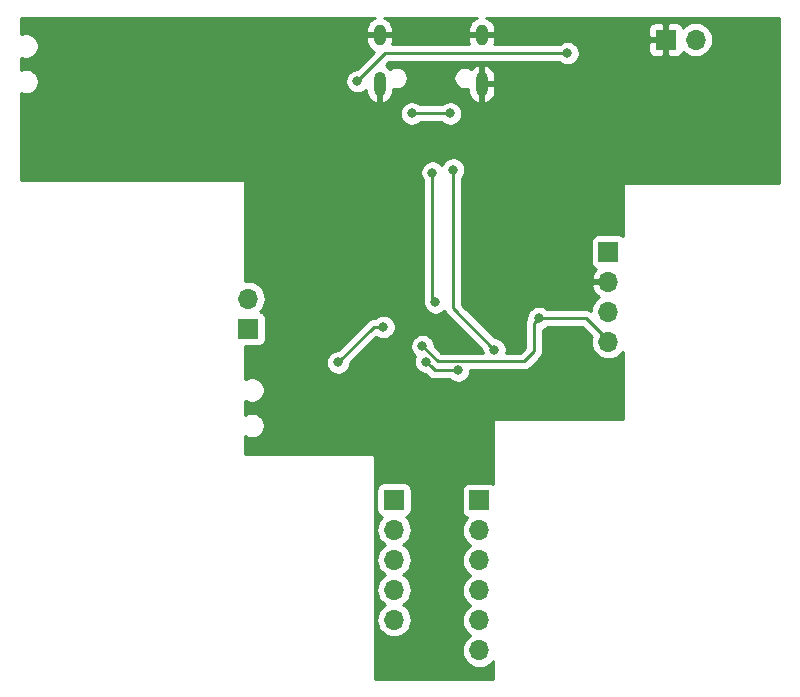
<source format=gbr>
G04 #@! TF.GenerationSoftware,KiCad,Pcbnew,5.1.2*
G04 #@! TF.CreationDate,2019-06-25T21:59:29-05:00*
G04 #@! TF.ProjectId,STM32F030Minimal,53544d33-3246-4303-9330-4d696e696d61,rev?*
G04 #@! TF.SameCoordinates,Original*
G04 #@! TF.FileFunction,Copper,L2,Bot*
G04 #@! TF.FilePolarity,Positive*
%FSLAX46Y46*%
G04 Gerber Fmt 4.6, Leading zero omitted, Abs format (unit mm)*
G04 Created by KiCad (PCBNEW 5.1.2) date 2019-06-25 21:59:29*
%MOMM*%
%LPD*%
G04 APERTURE LIST*
%ADD10O,1.000000X2.100000*%
%ADD11O,1.000000X1.800000*%
%ADD12R,1.700000X1.700000*%
%ADD13O,1.700000X1.700000*%
%ADD14C,0.800000*%
%ADD15C,0.250000*%
%ADD16C,0.254000*%
G04 APERTURE END LIST*
D10*
X163420000Y-42500000D03*
X154780000Y-42500000D03*
D11*
X163420000Y-38350000D03*
X154780000Y-38350000D03*
D12*
X156000000Y-77710000D03*
D13*
X156000000Y-80250000D03*
X156000000Y-82790000D03*
X156000000Y-85330000D03*
X156000000Y-87870000D03*
D12*
X163230000Y-77750000D03*
D13*
X163230000Y-80290000D03*
X163230000Y-82830000D03*
X163230000Y-85370000D03*
X163230000Y-87910000D03*
X163230000Y-90450000D03*
D12*
X174150000Y-56720000D03*
D13*
X174150000Y-59260000D03*
X174150000Y-61800000D03*
X174150000Y-64340000D03*
X143650000Y-60675000D03*
D12*
X143650000Y-63215000D03*
X179000000Y-38750000D03*
D13*
X181540000Y-38750000D03*
D14*
X170750000Y-67000000D03*
X147500000Y-56750000D03*
X147250000Y-65750000D03*
X150000000Y-71500000D03*
X155250000Y-72500000D03*
X137250000Y-44250000D03*
X128750000Y-38500000D03*
X168750000Y-56250000D03*
X158400000Y-64700000D03*
X168248413Y-62326268D03*
X161424998Y-66750000D03*
X158687345Y-66012665D03*
X151275000Y-66075000D03*
X155100000Y-63075000D03*
X160750000Y-45000000D03*
X157500000Y-45000000D03*
X164500000Y-65000000D03*
X161000000Y-49750000D03*
X159250000Y-50000000D03*
X159500000Y-61000000D03*
X152900000Y-42275000D03*
X170675000Y-39900000D03*
D15*
X168814098Y-62326268D02*
X168248413Y-62326268D01*
X174250000Y-64350000D02*
X172226268Y-62326268D01*
X172226268Y-62326268D02*
X168814098Y-62326268D01*
X167848414Y-65151586D02*
X167848414Y-62726267D01*
X167000000Y-66000000D02*
X167848414Y-65151586D01*
X167848414Y-62726267D02*
X168248413Y-62326268D01*
X158400000Y-64700000D02*
X159700000Y-66000000D01*
X159700000Y-66000000D02*
X167000000Y-66000000D01*
X159424680Y-66750000D02*
X159087344Y-66412664D01*
X161424998Y-66750000D02*
X159424680Y-66750000D01*
X159087344Y-66412664D02*
X158687345Y-66012665D01*
X151275000Y-66075000D02*
X154275000Y-63075000D01*
X154275000Y-63075000D02*
X155100000Y-63075000D01*
X160750000Y-45000000D02*
X157500000Y-45000000D01*
X164500000Y-65000000D02*
X161000000Y-61500000D01*
X161000000Y-61500000D02*
X161000000Y-49750000D01*
X159250000Y-50000000D02*
X159250000Y-60750000D01*
X159250000Y-60750000D02*
X159500000Y-61000000D01*
X152900000Y-42275000D02*
X155275000Y-39900000D01*
X155275000Y-39900000D02*
X170675000Y-39900000D01*
D16*
G36*
X154255024Y-36935724D02*
G01*
X154067236Y-37057631D01*
X153906839Y-37213831D01*
X153779997Y-37398322D01*
X153691585Y-37604013D01*
X153645000Y-37823000D01*
X153645000Y-38223000D01*
X154653000Y-38223000D01*
X154653000Y-38203000D01*
X154907000Y-38203000D01*
X154907000Y-38223000D01*
X155915000Y-38223000D01*
X155915000Y-37823000D01*
X155868415Y-37604013D01*
X155780003Y-37398322D01*
X155653161Y-37213831D01*
X155492764Y-37057631D01*
X155304976Y-36935724D01*
X155140886Y-36877000D01*
X163059114Y-36877000D01*
X162895024Y-36935724D01*
X162707236Y-37057631D01*
X162546839Y-37213831D01*
X162419997Y-37398322D01*
X162331585Y-37604013D01*
X162285000Y-37823000D01*
X162285000Y-38223000D01*
X163293000Y-38223000D01*
X163293000Y-38203000D01*
X163547000Y-38203000D01*
X163547000Y-38223000D01*
X164555000Y-38223000D01*
X164555000Y-37900000D01*
X177511928Y-37900000D01*
X177515000Y-38464250D01*
X177673750Y-38623000D01*
X178873000Y-38623000D01*
X178873000Y-37423750D01*
X179127000Y-37423750D01*
X179127000Y-38623000D01*
X179147000Y-38623000D01*
X179147000Y-38877000D01*
X179127000Y-38877000D01*
X179127000Y-40076250D01*
X179285750Y-40235000D01*
X179850000Y-40238072D01*
X179974482Y-40225812D01*
X180094180Y-40189502D01*
X180204494Y-40130537D01*
X180301185Y-40051185D01*
X180380537Y-39954494D01*
X180439502Y-39844180D01*
X180460393Y-39775313D01*
X180484866Y-39805134D01*
X180710986Y-39990706D01*
X180968966Y-40128599D01*
X181248889Y-40213513D01*
X181467050Y-40235000D01*
X181612950Y-40235000D01*
X181831111Y-40213513D01*
X182111034Y-40128599D01*
X182369014Y-39990706D01*
X182595134Y-39805134D01*
X182780706Y-39579014D01*
X182918599Y-39321034D01*
X183003513Y-39041111D01*
X183032185Y-38750000D01*
X183003513Y-38458889D01*
X182918599Y-38178966D01*
X182780706Y-37920986D01*
X182595134Y-37694866D01*
X182369014Y-37509294D01*
X182111034Y-37371401D01*
X181831111Y-37286487D01*
X181612950Y-37265000D01*
X181467050Y-37265000D01*
X181248889Y-37286487D01*
X180968966Y-37371401D01*
X180710986Y-37509294D01*
X180484866Y-37694866D01*
X180460393Y-37724687D01*
X180439502Y-37655820D01*
X180380537Y-37545506D01*
X180301185Y-37448815D01*
X180204494Y-37369463D01*
X180094180Y-37310498D01*
X179974482Y-37274188D01*
X179850000Y-37261928D01*
X179285750Y-37265000D01*
X179127000Y-37423750D01*
X178873000Y-37423750D01*
X178714250Y-37265000D01*
X178150000Y-37261928D01*
X178025518Y-37274188D01*
X177905820Y-37310498D01*
X177795506Y-37369463D01*
X177698815Y-37448815D01*
X177619463Y-37545506D01*
X177560498Y-37655820D01*
X177524188Y-37775518D01*
X177511928Y-37900000D01*
X164555000Y-37900000D01*
X164555000Y-37823000D01*
X164508415Y-37604013D01*
X164420003Y-37398322D01*
X164293161Y-37213831D01*
X164132764Y-37057631D01*
X163944976Y-36935724D01*
X163780886Y-36877000D01*
X188623000Y-36877000D01*
X188623000Y-50873000D01*
X175500000Y-50873000D01*
X175475224Y-50875440D01*
X175451399Y-50882667D01*
X175429443Y-50894403D01*
X175410197Y-50910197D01*
X175394403Y-50929443D01*
X175382667Y-50951399D01*
X175375440Y-50975224D01*
X175373000Y-51000000D01*
X175373000Y-55354650D01*
X175354494Y-55339463D01*
X175244180Y-55280498D01*
X175124482Y-55244188D01*
X175000000Y-55231928D01*
X173300000Y-55231928D01*
X173175518Y-55244188D01*
X173055820Y-55280498D01*
X172945506Y-55339463D01*
X172848815Y-55418815D01*
X172769463Y-55515506D01*
X172710498Y-55625820D01*
X172674188Y-55745518D01*
X172661928Y-55870000D01*
X172661928Y-57570000D01*
X172674188Y-57694482D01*
X172710498Y-57814180D01*
X172769463Y-57924494D01*
X172848815Y-58021185D01*
X172945506Y-58100537D01*
X173055820Y-58159502D01*
X173136466Y-58183966D01*
X173052412Y-58259731D01*
X172878359Y-58493080D01*
X172753175Y-58755901D01*
X172708524Y-58903110D01*
X172829845Y-59133000D01*
X174023000Y-59133000D01*
X174023000Y-59113000D01*
X174277000Y-59113000D01*
X174277000Y-59133000D01*
X174297000Y-59133000D01*
X174297000Y-59387000D01*
X174277000Y-59387000D01*
X174277000Y-59407000D01*
X174023000Y-59407000D01*
X174023000Y-59387000D01*
X172829845Y-59387000D01*
X172708524Y-59616890D01*
X172753175Y-59764099D01*
X172878359Y-60026920D01*
X173052412Y-60260269D01*
X173268645Y-60455178D01*
X173385523Y-60524799D01*
X173320986Y-60559294D01*
X173094866Y-60744866D01*
X172909294Y-60970986D01*
X172771401Y-61228966D01*
X172686487Y-61508889D01*
X172667177Y-61704944D01*
X172650544Y-61691294D01*
X172518515Y-61620722D01*
X172375254Y-61577265D01*
X172263601Y-61566268D01*
X172263590Y-61566268D01*
X172226268Y-61562592D01*
X172188946Y-61566268D01*
X168952124Y-61566268D01*
X168908187Y-61522331D01*
X168738669Y-61409063D01*
X168550311Y-61331042D01*
X168350352Y-61291268D01*
X168146474Y-61291268D01*
X167946515Y-61331042D01*
X167758157Y-61409063D01*
X167588639Y-61522331D01*
X167444476Y-61666494D01*
X167331208Y-61836012D01*
X167253187Y-62024370D01*
X167213413Y-62224329D01*
X167213413Y-62302042D01*
X167142868Y-62434021D01*
X167099412Y-62577282D01*
X167084738Y-62726267D01*
X167088415Y-62763599D01*
X167088414Y-64836784D01*
X166685199Y-65240000D01*
X165507538Y-65240000D01*
X165535000Y-65101939D01*
X165535000Y-64898061D01*
X165495226Y-64698102D01*
X165417205Y-64509744D01*
X165303937Y-64340226D01*
X165159774Y-64196063D01*
X164990256Y-64082795D01*
X164801898Y-64004774D01*
X164601939Y-63965000D01*
X164539803Y-63965000D01*
X161760000Y-61185199D01*
X161760000Y-50453711D01*
X161803937Y-50409774D01*
X161917205Y-50240256D01*
X161995226Y-50051898D01*
X162035000Y-49851939D01*
X162035000Y-49648061D01*
X161995226Y-49448102D01*
X161917205Y-49259744D01*
X161803937Y-49090226D01*
X161659774Y-48946063D01*
X161490256Y-48832795D01*
X161301898Y-48754774D01*
X161101939Y-48715000D01*
X160898061Y-48715000D01*
X160698102Y-48754774D01*
X160509744Y-48832795D01*
X160340226Y-48946063D01*
X160196063Y-49090226D01*
X160082795Y-49259744D01*
X160050770Y-49337059D01*
X159909774Y-49196063D01*
X159740256Y-49082795D01*
X159551898Y-49004774D01*
X159351939Y-48965000D01*
X159148061Y-48965000D01*
X158948102Y-49004774D01*
X158759744Y-49082795D01*
X158590226Y-49196063D01*
X158446063Y-49340226D01*
X158332795Y-49509744D01*
X158254774Y-49698102D01*
X158215000Y-49898061D01*
X158215000Y-50101939D01*
X158254774Y-50301898D01*
X158332795Y-50490256D01*
X158446063Y-50659774D01*
X158490000Y-50703711D01*
X158490001Y-60712668D01*
X158486324Y-60750000D01*
X158489015Y-60777326D01*
X158465000Y-60898061D01*
X158465000Y-61101939D01*
X158504774Y-61301898D01*
X158582795Y-61490256D01*
X158696063Y-61659774D01*
X158840226Y-61803937D01*
X159009744Y-61917205D01*
X159198102Y-61995226D01*
X159398061Y-62035000D01*
X159601939Y-62035000D01*
X159801898Y-61995226D01*
X159990256Y-61917205D01*
X160159774Y-61803937D01*
X160265829Y-61697882D01*
X160285788Y-61763676D01*
X160294454Y-61792246D01*
X160365026Y-61924276D01*
X160396470Y-61962590D01*
X160459999Y-62040001D01*
X160489003Y-62063804D01*
X163465000Y-65039803D01*
X163465000Y-65101939D01*
X163492462Y-65240000D01*
X160014802Y-65240000D01*
X159435000Y-64660199D01*
X159435000Y-64598061D01*
X159395226Y-64398102D01*
X159317205Y-64209744D01*
X159203937Y-64040226D01*
X159059774Y-63896063D01*
X158890256Y-63782795D01*
X158701898Y-63704774D01*
X158501939Y-63665000D01*
X158298061Y-63665000D01*
X158098102Y-63704774D01*
X157909744Y-63782795D01*
X157740226Y-63896063D01*
X157596063Y-64040226D01*
X157482795Y-64209744D01*
X157404774Y-64398102D01*
X157365000Y-64598061D01*
X157365000Y-64801939D01*
X157404774Y-65001898D01*
X157482795Y-65190256D01*
X157596063Y-65359774D01*
X157740226Y-65503937D01*
X157769648Y-65523596D01*
X157692119Y-65710767D01*
X157652345Y-65910726D01*
X157652345Y-66114604D01*
X157692119Y-66314563D01*
X157770140Y-66502921D01*
X157883408Y-66672439D01*
X158027571Y-66816602D01*
X158197089Y-66929870D01*
X158385447Y-67007891D01*
X158585406Y-67047665D01*
X158647544Y-67047665D01*
X158860876Y-67260997D01*
X158884679Y-67290001D01*
X159000404Y-67384974D01*
X159132433Y-67455546D01*
X159275694Y-67499003D01*
X159387347Y-67510000D01*
X159387356Y-67510000D01*
X159424679Y-67513676D01*
X159462002Y-67510000D01*
X160721287Y-67510000D01*
X160765224Y-67553937D01*
X160934742Y-67667205D01*
X161123100Y-67745226D01*
X161323059Y-67785000D01*
X161526937Y-67785000D01*
X161726896Y-67745226D01*
X161915254Y-67667205D01*
X162084772Y-67553937D01*
X162228935Y-67409774D01*
X162342203Y-67240256D01*
X162420224Y-67051898D01*
X162459998Y-66851939D01*
X162459998Y-66760000D01*
X166962678Y-66760000D01*
X167000000Y-66763676D01*
X167037322Y-66760000D01*
X167037333Y-66760000D01*
X167148986Y-66749003D01*
X167292247Y-66705546D01*
X167424276Y-66634974D01*
X167540001Y-66540001D01*
X167563803Y-66510998D01*
X168359418Y-65715384D01*
X168388415Y-65691587D01*
X168483388Y-65575862D01*
X168553960Y-65443833D01*
X168597417Y-65300572D01*
X168608414Y-65188919D01*
X168608414Y-65188918D01*
X168612091Y-65151586D01*
X168608414Y-65114253D01*
X168608414Y-63297427D01*
X168738669Y-63243473D01*
X168908187Y-63130205D01*
X168952124Y-63086268D01*
X171911467Y-63086268D01*
X172730150Y-63904952D01*
X172686487Y-64048889D01*
X172657815Y-64340000D01*
X172686487Y-64631111D01*
X172771401Y-64911034D01*
X172909294Y-65169014D01*
X173094866Y-65395134D01*
X173320986Y-65580706D01*
X173578966Y-65718599D01*
X173858889Y-65803513D01*
X174077050Y-65825000D01*
X174222950Y-65825000D01*
X174441111Y-65803513D01*
X174721034Y-65718599D01*
X174979014Y-65580706D01*
X175205134Y-65395134D01*
X175373000Y-65190589D01*
X175373000Y-70873000D01*
X164500000Y-70873000D01*
X164475224Y-70875440D01*
X164451399Y-70882667D01*
X164429443Y-70894403D01*
X164410197Y-70910197D01*
X164394403Y-70929443D01*
X164382667Y-70951399D01*
X164375440Y-70975224D01*
X164373000Y-71000000D01*
X164373000Y-76336593D01*
X164324180Y-76310498D01*
X164204482Y-76274188D01*
X164080000Y-76261928D01*
X162380000Y-76261928D01*
X162255518Y-76274188D01*
X162135820Y-76310498D01*
X162025506Y-76369463D01*
X161928815Y-76448815D01*
X161849463Y-76545506D01*
X161790498Y-76655820D01*
X161754188Y-76775518D01*
X161741928Y-76900000D01*
X161741928Y-78600000D01*
X161754188Y-78724482D01*
X161790498Y-78844180D01*
X161849463Y-78954494D01*
X161928815Y-79051185D01*
X162025506Y-79130537D01*
X162135820Y-79189502D01*
X162204687Y-79210393D01*
X162174866Y-79234866D01*
X161989294Y-79460986D01*
X161851401Y-79718966D01*
X161766487Y-79998889D01*
X161737815Y-80290000D01*
X161766487Y-80581111D01*
X161851401Y-80861034D01*
X161989294Y-81119014D01*
X162174866Y-81345134D01*
X162400986Y-81530706D01*
X162455791Y-81560000D01*
X162400986Y-81589294D01*
X162174866Y-81774866D01*
X161989294Y-82000986D01*
X161851401Y-82258966D01*
X161766487Y-82538889D01*
X161737815Y-82830000D01*
X161766487Y-83121111D01*
X161851401Y-83401034D01*
X161989294Y-83659014D01*
X162174866Y-83885134D01*
X162400986Y-84070706D01*
X162455791Y-84100000D01*
X162400986Y-84129294D01*
X162174866Y-84314866D01*
X161989294Y-84540986D01*
X161851401Y-84798966D01*
X161766487Y-85078889D01*
X161737815Y-85370000D01*
X161766487Y-85661111D01*
X161851401Y-85941034D01*
X161989294Y-86199014D01*
X162174866Y-86425134D01*
X162400986Y-86610706D01*
X162455791Y-86640000D01*
X162400986Y-86669294D01*
X162174866Y-86854866D01*
X161989294Y-87080986D01*
X161851401Y-87338966D01*
X161766487Y-87618889D01*
X161737815Y-87910000D01*
X161766487Y-88201111D01*
X161851401Y-88481034D01*
X161989294Y-88739014D01*
X162174866Y-88965134D01*
X162400986Y-89150706D01*
X162455791Y-89180000D01*
X162400986Y-89209294D01*
X162174866Y-89394866D01*
X161989294Y-89620986D01*
X161851401Y-89878966D01*
X161766487Y-90158889D01*
X161737815Y-90450000D01*
X161766487Y-90741111D01*
X161851401Y-91021034D01*
X161989294Y-91279014D01*
X162174866Y-91505134D01*
X162400986Y-91690706D01*
X162658966Y-91828599D01*
X162938889Y-91913513D01*
X163157050Y-91935000D01*
X163302950Y-91935000D01*
X163521111Y-91913513D01*
X163801034Y-91828599D01*
X164059014Y-91690706D01*
X164285134Y-91505134D01*
X164373000Y-91398069D01*
X164373000Y-92873000D01*
X154377000Y-92873000D01*
X154377000Y-80250000D01*
X154507815Y-80250000D01*
X154536487Y-80541111D01*
X154621401Y-80821034D01*
X154759294Y-81079014D01*
X154944866Y-81305134D01*
X155170986Y-81490706D01*
X155225791Y-81520000D01*
X155170986Y-81549294D01*
X154944866Y-81734866D01*
X154759294Y-81960986D01*
X154621401Y-82218966D01*
X154536487Y-82498889D01*
X154507815Y-82790000D01*
X154536487Y-83081111D01*
X154621401Y-83361034D01*
X154759294Y-83619014D01*
X154944866Y-83845134D01*
X155170986Y-84030706D01*
X155225791Y-84060000D01*
X155170986Y-84089294D01*
X154944866Y-84274866D01*
X154759294Y-84500986D01*
X154621401Y-84758966D01*
X154536487Y-85038889D01*
X154507815Y-85330000D01*
X154536487Y-85621111D01*
X154621401Y-85901034D01*
X154759294Y-86159014D01*
X154944866Y-86385134D01*
X155170986Y-86570706D01*
X155225791Y-86600000D01*
X155170986Y-86629294D01*
X154944866Y-86814866D01*
X154759294Y-87040986D01*
X154621401Y-87298966D01*
X154536487Y-87578889D01*
X154507815Y-87870000D01*
X154536487Y-88161111D01*
X154621401Y-88441034D01*
X154759294Y-88699014D01*
X154944866Y-88925134D01*
X155170986Y-89110706D01*
X155428966Y-89248599D01*
X155708889Y-89333513D01*
X155927050Y-89355000D01*
X156072950Y-89355000D01*
X156291111Y-89333513D01*
X156571034Y-89248599D01*
X156829014Y-89110706D01*
X157055134Y-88925134D01*
X157240706Y-88699014D01*
X157378599Y-88441034D01*
X157463513Y-88161111D01*
X157492185Y-87870000D01*
X157463513Y-87578889D01*
X157378599Y-87298966D01*
X157240706Y-87040986D01*
X157055134Y-86814866D01*
X156829014Y-86629294D01*
X156774209Y-86600000D01*
X156829014Y-86570706D01*
X157055134Y-86385134D01*
X157240706Y-86159014D01*
X157378599Y-85901034D01*
X157463513Y-85621111D01*
X157492185Y-85330000D01*
X157463513Y-85038889D01*
X157378599Y-84758966D01*
X157240706Y-84500986D01*
X157055134Y-84274866D01*
X156829014Y-84089294D01*
X156774209Y-84060000D01*
X156829014Y-84030706D01*
X157055134Y-83845134D01*
X157240706Y-83619014D01*
X157378599Y-83361034D01*
X157463513Y-83081111D01*
X157492185Y-82790000D01*
X157463513Y-82498889D01*
X157378599Y-82218966D01*
X157240706Y-81960986D01*
X157055134Y-81734866D01*
X156829014Y-81549294D01*
X156774209Y-81520000D01*
X156829014Y-81490706D01*
X157055134Y-81305134D01*
X157240706Y-81079014D01*
X157378599Y-80821034D01*
X157463513Y-80541111D01*
X157492185Y-80250000D01*
X157463513Y-79958889D01*
X157378599Y-79678966D01*
X157240706Y-79420986D01*
X157055134Y-79194866D01*
X157025313Y-79170393D01*
X157094180Y-79149502D01*
X157204494Y-79090537D01*
X157301185Y-79011185D01*
X157380537Y-78914494D01*
X157439502Y-78804180D01*
X157475812Y-78684482D01*
X157488072Y-78560000D01*
X157488072Y-76860000D01*
X157475812Y-76735518D01*
X157439502Y-76615820D01*
X157380537Y-76505506D01*
X157301185Y-76408815D01*
X157204494Y-76329463D01*
X157094180Y-76270498D01*
X156974482Y-76234188D01*
X156850000Y-76221928D01*
X155150000Y-76221928D01*
X155025518Y-76234188D01*
X154905820Y-76270498D01*
X154795506Y-76329463D01*
X154698815Y-76408815D01*
X154619463Y-76505506D01*
X154560498Y-76615820D01*
X154524188Y-76735518D01*
X154511928Y-76860000D01*
X154511928Y-78560000D01*
X154524188Y-78684482D01*
X154560498Y-78804180D01*
X154619463Y-78914494D01*
X154698815Y-79011185D01*
X154795506Y-79090537D01*
X154905820Y-79149502D01*
X154974687Y-79170393D01*
X154944866Y-79194866D01*
X154759294Y-79420986D01*
X154621401Y-79678966D01*
X154536487Y-79958889D01*
X154507815Y-80250000D01*
X154377000Y-80250000D01*
X154377000Y-74000000D01*
X154374560Y-73975224D01*
X154367333Y-73951399D01*
X154355597Y-73929443D01*
X154339803Y-73910197D01*
X154320557Y-73894403D01*
X154298601Y-73882667D01*
X154274776Y-73875440D01*
X154250000Y-73873000D01*
X143377000Y-73873000D01*
X143377000Y-72330348D01*
X143461060Y-72386515D01*
X143658517Y-72468304D01*
X143868137Y-72510000D01*
X144081863Y-72510000D01*
X144291483Y-72468304D01*
X144488940Y-72386515D01*
X144666647Y-72267775D01*
X144817775Y-72116647D01*
X144936515Y-71938940D01*
X145018304Y-71741483D01*
X145060000Y-71531863D01*
X145060000Y-71318137D01*
X145018304Y-71108517D01*
X144936515Y-70911060D01*
X144817775Y-70733353D01*
X144666647Y-70582225D01*
X144488940Y-70463485D01*
X144291483Y-70381696D01*
X144081863Y-70340000D01*
X143868137Y-70340000D01*
X143658517Y-70381696D01*
X143461060Y-70463485D01*
X143377000Y-70519652D01*
X143377000Y-69330348D01*
X143461060Y-69386515D01*
X143658517Y-69468304D01*
X143868137Y-69510000D01*
X144081863Y-69510000D01*
X144291483Y-69468304D01*
X144488940Y-69386515D01*
X144666647Y-69267775D01*
X144817775Y-69116647D01*
X144936515Y-68938940D01*
X145018304Y-68741483D01*
X145060000Y-68531863D01*
X145060000Y-68318137D01*
X145018304Y-68108517D01*
X144936515Y-67911060D01*
X144817775Y-67733353D01*
X144666647Y-67582225D01*
X144488940Y-67463485D01*
X144291483Y-67381696D01*
X144081863Y-67340000D01*
X143868137Y-67340000D01*
X143658517Y-67381696D01*
X143461060Y-67463485D01*
X143377000Y-67519652D01*
X143377000Y-65973061D01*
X150240000Y-65973061D01*
X150240000Y-66176939D01*
X150279774Y-66376898D01*
X150357795Y-66565256D01*
X150471063Y-66734774D01*
X150615226Y-66878937D01*
X150784744Y-66992205D01*
X150973102Y-67070226D01*
X151173061Y-67110000D01*
X151376939Y-67110000D01*
X151576898Y-67070226D01*
X151765256Y-66992205D01*
X151934774Y-66878937D01*
X152078937Y-66734774D01*
X152192205Y-66565256D01*
X152270226Y-66376898D01*
X152310000Y-66176939D01*
X152310000Y-66114801D01*
X154503552Y-63921250D01*
X154609744Y-63992205D01*
X154798102Y-64070226D01*
X154998061Y-64110000D01*
X155201939Y-64110000D01*
X155401898Y-64070226D01*
X155590256Y-63992205D01*
X155759774Y-63878937D01*
X155903937Y-63734774D01*
X156017205Y-63565256D01*
X156095226Y-63376898D01*
X156135000Y-63176939D01*
X156135000Y-62973061D01*
X156095226Y-62773102D01*
X156017205Y-62584744D01*
X155903937Y-62415226D01*
X155759774Y-62271063D01*
X155590256Y-62157795D01*
X155401898Y-62079774D01*
X155201939Y-62040000D01*
X154998061Y-62040000D01*
X154798102Y-62079774D01*
X154609744Y-62157795D01*
X154440226Y-62271063D01*
X154396289Y-62315000D01*
X154312325Y-62315000D01*
X154275000Y-62311324D01*
X154237675Y-62315000D01*
X154237667Y-62315000D01*
X154126014Y-62325997D01*
X153982753Y-62369454D01*
X153850724Y-62440026D01*
X153734999Y-62534999D01*
X153711201Y-62563997D01*
X151235199Y-65040000D01*
X151173061Y-65040000D01*
X150973102Y-65079774D01*
X150784744Y-65157795D01*
X150615226Y-65271063D01*
X150471063Y-65415226D01*
X150357795Y-65584744D01*
X150279774Y-65773102D01*
X150240000Y-65973061D01*
X143377000Y-65973061D01*
X143377000Y-64703072D01*
X144500000Y-64703072D01*
X144624482Y-64690812D01*
X144744180Y-64654502D01*
X144854494Y-64595537D01*
X144951185Y-64516185D01*
X145030537Y-64419494D01*
X145089502Y-64309180D01*
X145125812Y-64189482D01*
X145138072Y-64065000D01*
X145138072Y-62365000D01*
X145125812Y-62240518D01*
X145089502Y-62120820D01*
X145030537Y-62010506D01*
X144951185Y-61913815D01*
X144854494Y-61834463D01*
X144744180Y-61775498D01*
X144675313Y-61754607D01*
X144705134Y-61730134D01*
X144890706Y-61504014D01*
X145028599Y-61246034D01*
X145113513Y-60966111D01*
X145142185Y-60675000D01*
X145113513Y-60383889D01*
X145028599Y-60103966D01*
X144890706Y-59845986D01*
X144705134Y-59619866D01*
X144479014Y-59434294D01*
X144221034Y-59296401D01*
X143941111Y-59211487D01*
X143722950Y-59190000D01*
X143577050Y-59190000D01*
X143377000Y-59209703D01*
X143377000Y-50750000D01*
X143374560Y-50725224D01*
X143367333Y-50701399D01*
X143355597Y-50679443D01*
X143339803Y-50660197D01*
X143320557Y-50644403D01*
X143298601Y-50632667D01*
X143274776Y-50625440D01*
X143250000Y-50623000D01*
X124377000Y-50623000D01*
X124377000Y-44898061D01*
X156465000Y-44898061D01*
X156465000Y-45101939D01*
X156504774Y-45301898D01*
X156582795Y-45490256D01*
X156696063Y-45659774D01*
X156840226Y-45803937D01*
X157009744Y-45917205D01*
X157198102Y-45995226D01*
X157398061Y-46035000D01*
X157601939Y-46035000D01*
X157801898Y-45995226D01*
X157990256Y-45917205D01*
X158159774Y-45803937D01*
X158203711Y-45760000D01*
X160046289Y-45760000D01*
X160090226Y-45803937D01*
X160259744Y-45917205D01*
X160448102Y-45995226D01*
X160648061Y-46035000D01*
X160851939Y-46035000D01*
X161051898Y-45995226D01*
X161240256Y-45917205D01*
X161409774Y-45803937D01*
X161553937Y-45659774D01*
X161667205Y-45490256D01*
X161745226Y-45301898D01*
X161785000Y-45101939D01*
X161785000Y-44898061D01*
X161745226Y-44698102D01*
X161667205Y-44509744D01*
X161553937Y-44340226D01*
X161409774Y-44196063D01*
X161240256Y-44082795D01*
X161051898Y-44004774D01*
X160851939Y-43965000D01*
X160648061Y-43965000D01*
X160448102Y-44004774D01*
X160259744Y-44082795D01*
X160090226Y-44196063D01*
X160046289Y-44240000D01*
X158203711Y-44240000D01*
X158159774Y-44196063D01*
X157990256Y-44082795D01*
X157801898Y-44004774D01*
X157601939Y-43965000D01*
X157398061Y-43965000D01*
X157198102Y-44004774D01*
X157009744Y-44082795D01*
X156840226Y-44196063D01*
X156696063Y-44340226D01*
X156582795Y-44509744D01*
X156504774Y-44698102D01*
X156465000Y-44898061D01*
X124377000Y-44898061D01*
X124377000Y-43288828D01*
X124508517Y-43343304D01*
X124718137Y-43385000D01*
X124931863Y-43385000D01*
X125141483Y-43343304D01*
X125338940Y-43261515D01*
X125516647Y-43142775D01*
X125667775Y-42991647D01*
X125786515Y-42813940D01*
X125868304Y-42616483D01*
X125910000Y-42406863D01*
X125910000Y-42193137D01*
X125906007Y-42173061D01*
X151865000Y-42173061D01*
X151865000Y-42376939D01*
X151904774Y-42576898D01*
X151982795Y-42765256D01*
X152096063Y-42934774D01*
X152240226Y-43078937D01*
X152409744Y-43192205D01*
X152598102Y-43270226D01*
X152798061Y-43310000D01*
X153001939Y-43310000D01*
X153201898Y-43270226D01*
X153390256Y-43192205D01*
X153559774Y-43078937D01*
X153645000Y-42993711D01*
X153645000Y-43177000D01*
X153691585Y-43395987D01*
X153779997Y-43601678D01*
X153906839Y-43786169D01*
X154067236Y-43942369D01*
X154255024Y-44064276D01*
X154478126Y-44144119D01*
X154653000Y-44017954D01*
X154653000Y-42627000D01*
X154633000Y-42627000D01*
X154633000Y-42373000D01*
X154653000Y-42373000D01*
X154653000Y-42353000D01*
X154907000Y-42353000D01*
X154907000Y-42373000D01*
X154927000Y-42373000D01*
X154927000Y-42627000D01*
X154907000Y-42627000D01*
X154907000Y-44017954D01*
X155081874Y-44144119D01*
X155304976Y-44064276D01*
X155492764Y-43942369D01*
X155653161Y-43786169D01*
X155780003Y-43601678D01*
X155868415Y-43395987D01*
X155915000Y-43177000D01*
X155915000Y-42916904D01*
X155929978Y-42923108D01*
X156115448Y-42960000D01*
X156304552Y-42960000D01*
X156490022Y-42923108D01*
X156664731Y-42850741D01*
X156821964Y-42745681D01*
X156955681Y-42611964D01*
X157060741Y-42454731D01*
X157133108Y-42280022D01*
X157170000Y-42094552D01*
X157170000Y-41905448D01*
X161030000Y-41905448D01*
X161030000Y-42094552D01*
X161066892Y-42280022D01*
X161139259Y-42454731D01*
X161244319Y-42611964D01*
X161378036Y-42745681D01*
X161535269Y-42850741D01*
X161709978Y-42923108D01*
X161895448Y-42960000D01*
X162084552Y-42960000D01*
X162270022Y-42923108D01*
X162285000Y-42916904D01*
X162285000Y-43177000D01*
X162331585Y-43395987D01*
X162419997Y-43601678D01*
X162546839Y-43786169D01*
X162707236Y-43942369D01*
X162895024Y-44064276D01*
X163118126Y-44144119D01*
X163293000Y-44017954D01*
X163293000Y-42627000D01*
X163547000Y-42627000D01*
X163547000Y-44017954D01*
X163721874Y-44144119D01*
X163944976Y-44064276D01*
X164132764Y-43942369D01*
X164293161Y-43786169D01*
X164420003Y-43601678D01*
X164508415Y-43395987D01*
X164555000Y-43177000D01*
X164555000Y-42627000D01*
X163547000Y-42627000D01*
X163293000Y-42627000D01*
X163273000Y-42627000D01*
X163273000Y-42373000D01*
X163293000Y-42373000D01*
X163293000Y-40982046D01*
X163547000Y-40982046D01*
X163547000Y-42373000D01*
X164555000Y-42373000D01*
X164555000Y-41823000D01*
X164508415Y-41604013D01*
X164420003Y-41398322D01*
X164293161Y-41213831D01*
X164132764Y-41057631D01*
X163944976Y-40935724D01*
X163721874Y-40855881D01*
X163547000Y-40982046D01*
X163293000Y-40982046D01*
X163118126Y-40855881D01*
X162895024Y-40935724D01*
X162707236Y-41057631D01*
X162546839Y-41213831D01*
X162545117Y-41216335D01*
X162444731Y-41149259D01*
X162270022Y-41076892D01*
X162084552Y-41040000D01*
X161895448Y-41040000D01*
X161709978Y-41076892D01*
X161535269Y-41149259D01*
X161378036Y-41254319D01*
X161244319Y-41388036D01*
X161139259Y-41545269D01*
X161066892Y-41719978D01*
X161030000Y-41905448D01*
X157170000Y-41905448D01*
X157133108Y-41719978D01*
X157060741Y-41545269D01*
X156955681Y-41388036D01*
X156821964Y-41254319D01*
X156664731Y-41149259D01*
X156490022Y-41076892D01*
X156304552Y-41040000D01*
X156115448Y-41040000D01*
X155929978Y-41076892D01*
X155755269Y-41149259D01*
X155654883Y-41216335D01*
X155653161Y-41213831D01*
X155492764Y-41057631D01*
X155310495Y-40939307D01*
X155589802Y-40660000D01*
X169971289Y-40660000D01*
X170015226Y-40703937D01*
X170184744Y-40817205D01*
X170373102Y-40895226D01*
X170573061Y-40935000D01*
X170776939Y-40935000D01*
X170976898Y-40895226D01*
X171165256Y-40817205D01*
X171334774Y-40703937D01*
X171478937Y-40559774D01*
X171592205Y-40390256D01*
X171670226Y-40201898D01*
X171710000Y-40001939D01*
X171710000Y-39798061D01*
X171670604Y-39600000D01*
X177511928Y-39600000D01*
X177524188Y-39724482D01*
X177560498Y-39844180D01*
X177619463Y-39954494D01*
X177698815Y-40051185D01*
X177795506Y-40130537D01*
X177905820Y-40189502D01*
X178025518Y-40225812D01*
X178150000Y-40238072D01*
X178714250Y-40235000D01*
X178873000Y-40076250D01*
X178873000Y-38877000D01*
X177673750Y-38877000D01*
X177515000Y-39035750D01*
X177511928Y-39600000D01*
X171670604Y-39600000D01*
X171670226Y-39598102D01*
X171592205Y-39409744D01*
X171478937Y-39240226D01*
X171334774Y-39096063D01*
X171165256Y-38982795D01*
X170976898Y-38904774D01*
X170776939Y-38865000D01*
X170573061Y-38865000D01*
X170373102Y-38904774D01*
X170184744Y-38982795D01*
X170015226Y-39096063D01*
X169971289Y-39140000D01*
X164489497Y-39140000D01*
X164508415Y-39095987D01*
X164555000Y-38877000D01*
X164555000Y-38477000D01*
X163547000Y-38477000D01*
X163547000Y-38497000D01*
X163293000Y-38497000D01*
X163293000Y-38477000D01*
X162285000Y-38477000D01*
X162285000Y-38877000D01*
X162331585Y-39095987D01*
X162350503Y-39140000D01*
X155849497Y-39140000D01*
X155868415Y-39095987D01*
X155915000Y-38877000D01*
X155915000Y-38477000D01*
X154907000Y-38477000D01*
X154907000Y-38497000D01*
X154653000Y-38497000D01*
X154653000Y-38477000D01*
X153645000Y-38477000D01*
X153645000Y-38877000D01*
X153691585Y-39095987D01*
X153779997Y-39301678D01*
X153906839Y-39486169D01*
X154067236Y-39642369D01*
X154255024Y-39764276D01*
X154314601Y-39785597D01*
X152860199Y-41240000D01*
X152798061Y-41240000D01*
X152598102Y-41279774D01*
X152409744Y-41357795D01*
X152240226Y-41471063D01*
X152096063Y-41615226D01*
X151982795Y-41784744D01*
X151904774Y-41973102D01*
X151865000Y-42173061D01*
X125906007Y-42173061D01*
X125868304Y-41983517D01*
X125786515Y-41786060D01*
X125667775Y-41608353D01*
X125516647Y-41457225D01*
X125338940Y-41338485D01*
X125141483Y-41256696D01*
X124931863Y-41215000D01*
X124718137Y-41215000D01*
X124508517Y-41256696D01*
X124377000Y-41311172D01*
X124377000Y-40288828D01*
X124508517Y-40343304D01*
X124718137Y-40385000D01*
X124931863Y-40385000D01*
X125141483Y-40343304D01*
X125338940Y-40261515D01*
X125516647Y-40142775D01*
X125667775Y-39991647D01*
X125786515Y-39813940D01*
X125868304Y-39616483D01*
X125910000Y-39406863D01*
X125910000Y-39193137D01*
X125868304Y-38983517D01*
X125786515Y-38786060D01*
X125667775Y-38608353D01*
X125516647Y-38457225D01*
X125338940Y-38338485D01*
X125141483Y-38256696D01*
X124931863Y-38215000D01*
X124718137Y-38215000D01*
X124508517Y-38256696D01*
X124377000Y-38311172D01*
X124377000Y-36877000D01*
X154419114Y-36877000D01*
X154255024Y-36935724D01*
X154255024Y-36935724D01*
G37*
X154255024Y-36935724D02*
X154067236Y-37057631D01*
X153906839Y-37213831D01*
X153779997Y-37398322D01*
X153691585Y-37604013D01*
X153645000Y-37823000D01*
X153645000Y-38223000D01*
X154653000Y-38223000D01*
X154653000Y-38203000D01*
X154907000Y-38203000D01*
X154907000Y-38223000D01*
X155915000Y-38223000D01*
X155915000Y-37823000D01*
X155868415Y-37604013D01*
X155780003Y-37398322D01*
X155653161Y-37213831D01*
X155492764Y-37057631D01*
X155304976Y-36935724D01*
X155140886Y-36877000D01*
X163059114Y-36877000D01*
X162895024Y-36935724D01*
X162707236Y-37057631D01*
X162546839Y-37213831D01*
X162419997Y-37398322D01*
X162331585Y-37604013D01*
X162285000Y-37823000D01*
X162285000Y-38223000D01*
X163293000Y-38223000D01*
X163293000Y-38203000D01*
X163547000Y-38203000D01*
X163547000Y-38223000D01*
X164555000Y-38223000D01*
X164555000Y-37900000D01*
X177511928Y-37900000D01*
X177515000Y-38464250D01*
X177673750Y-38623000D01*
X178873000Y-38623000D01*
X178873000Y-37423750D01*
X179127000Y-37423750D01*
X179127000Y-38623000D01*
X179147000Y-38623000D01*
X179147000Y-38877000D01*
X179127000Y-38877000D01*
X179127000Y-40076250D01*
X179285750Y-40235000D01*
X179850000Y-40238072D01*
X179974482Y-40225812D01*
X180094180Y-40189502D01*
X180204494Y-40130537D01*
X180301185Y-40051185D01*
X180380537Y-39954494D01*
X180439502Y-39844180D01*
X180460393Y-39775313D01*
X180484866Y-39805134D01*
X180710986Y-39990706D01*
X180968966Y-40128599D01*
X181248889Y-40213513D01*
X181467050Y-40235000D01*
X181612950Y-40235000D01*
X181831111Y-40213513D01*
X182111034Y-40128599D01*
X182369014Y-39990706D01*
X182595134Y-39805134D01*
X182780706Y-39579014D01*
X182918599Y-39321034D01*
X183003513Y-39041111D01*
X183032185Y-38750000D01*
X183003513Y-38458889D01*
X182918599Y-38178966D01*
X182780706Y-37920986D01*
X182595134Y-37694866D01*
X182369014Y-37509294D01*
X182111034Y-37371401D01*
X181831111Y-37286487D01*
X181612950Y-37265000D01*
X181467050Y-37265000D01*
X181248889Y-37286487D01*
X180968966Y-37371401D01*
X180710986Y-37509294D01*
X180484866Y-37694866D01*
X180460393Y-37724687D01*
X180439502Y-37655820D01*
X180380537Y-37545506D01*
X180301185Y-37448815D01*
X180204494Y-37369463D01*
X180094180Y-37310498D01*
X179974482Y-37274188D01*
X179850000Y-37261928D01*
X179285750Y-37265000D01*
X179127000Y-37423750D01*
X178873000Y-37423750D01*
X178714250Y-37265000D01*
X178150000Y-37261928D01*
X178025518Y-37274188D01*
X177905820Y-37310498D01*
X177795506Y-37369463D01*
X177698815Y-37448815D01*
X177619463Y-37545506D01*
X177560498Y-37655820D01*
X177524188Y-37775518D01*
X177511928Y-37900000D01*
X164555000Y-37900000D01*
X164555000Y-37823000D01*
X164508415Y-37604013D01*
X164420003Y-37398322D01*
X164293161Y-37213831D01*
X164132764Y-37057631D01*
X163944976Y-36935724D01*
X163780886Y-36877000D01*
X188623000Y-36877000D01*
X188623000Y-50873000D01*
X175500000Y-50873000D01*
X175475224Y-50875440D01*
X175451399Y-50882667D01*
X175429443Y-50894403D01*
X175410197Y-50910197D01*
X175394403Y-50929443D01*
X175382667Y-50951399D01*
X175375440Y-50975224D01*
X175373000Y-51000000D01*
X175373000Y-55354650D01*
X175354494Y-55339463D01*
X175244180Y-55280498D01*
X175124482Y-55244188D01*
X175000000Y-55231928D01*
X173300000Y-55231928D01*
X173175518Y-55244188D01*
X173055820Y-55280498D01*
X172945506Y-55339463D01*
X172848815Y-55418815D01*
X172769463Y-55515506D01*
X172710498Y-55625820D01*
X172674188Y-55745518D01*
X172661928Y-55870000D01*
X172661928Y-57570000D01*
X172674188Y-57694482D01*
X172710498Y-57814180D01*
X172769463Y-57924494D01*
X172848815Y-58021185D01*
X172945506Y-58100537D01*
X173055820Y-58159502D01*
X173136466Y-58183966D01*
X173052412Y-58259731D01*
X172878359Y-58493080D01*
X172753175Y-58755901D01*
X172708524Y-58903110D01*
X172829845Y-59133000D01*
X174023000Y-59133000D01*
X174023000Y-59113000D01*
X174277000Y-59113000D01*
X174277000Y-59133000D01*
X174297000Y-59133000D01*
X174297000Y-59387000D01*
X174277000Y-59387000D01*
X174277000Y-59407000D01*
X174023000Y-59407000D01*
X174023000Y-59387000D01*
X172829845Y-59387000D01*
X172708524Y-59616890D01*
X172753175Y-59764099D01*
X172878359Y-60026920D01*
X173052412Y-60260269D01*
X173268645Y-60455178D01*
X173385523Y-60524799D01*
X173320986Y-60559294D01*
X173094866Y-60744866D01*
X172909294Y-60970986D01*
X172771401Y-61228966D01*
X172686487Y-61508889D01*
X172667177Y-61704944D01*
X172650544Y-61691294D01*
X172518515Y-61620722D01*
X172375254Y-61577265D01*
X172263601Y-61566268D01*
X172263590Y-61566268D01*
X172226268Y-61562592D01*
X172188946Y-61566268D01*
X168952124Y-61566268D01*
X168908187Y-61522331D01*
X168738669Y-61409063D01*
X168550311Y-61331042D01*
X168350352Y-61291268D01*
X168146474Y-61291268D01*
X167946515Y-61331042D01*
X167758157Y-61409063D01*
X167588639Y-61522331D01*
X167444476Y-61666494D01*
X167331208Y-61836012D01*
X167253187Y-62024370D01*
X167213413Y-62224329D01*
X167213413Y-62302042D01*
X167142868Y-62434021D01*
X167099412Y-62577282D01*
X167084738Y-62726267D01*
X167088415Y-62763599D01*
X167088414Y-64836784D01*
X166685199Y-65240000D01*
X165507538Y-65240000D01*
X165535000Y-65101939D01*
X165535000Y-64898061D01*
X165495226Y-64698102D01*
X165417205Y-64509744D01*
X165303937Y-64340226D01*
X165159774Y-64196063D01*
X164990256Y-64082795D01*
X164801898Y-64004774D01*
X164601939Y-63965000D01*
X164539803Y-63965000D01*
X161760000Y-61185199D01*
X161760000Y-50453711D01*
X161803937Y-50409774D01*
X161917205Y-50240256D01*
X161995226Y-50051898D01*
X162035000Y-49851939D01*
X162035000Y-49648061D01*
X161995226Y-49448102D01*
X161917205Y-49259744D01*
X161803937Y-49090226D01*
X161659774Y-48946063D01*
X161490256Y-48832795D01*
X161301898Y-48754774D01*
X161101939Y-48715000D01*
X160898061Y-48715000D01*
X160698102Y-48754774D01*
X160509744Y-48832795D01*
X160340226Y-48946063D01*
X160196063Y-49090226D01*
X160082795Y-49259744D01*
X160050770Y-49337059D01*
X159909774Y-49196063D01*
X159740256Y-49082795D01*
X159551898Y-49004774D01*
X159351939Y-48965000D01*
X159148061Y-48965000D01*
X158948102Y-49004774D01*
X158759744Y-49082795D01*
X158590226Y-49196063D01*
X158446063Y-49340226D01*
X158332795Y-49509744D01*
X158254774Y-49698102D01*
X158215000Y-49898061D01*
X158215000Y-50101939D01*
X158254774Y-50301898D01*
X158332795Y-50490256D01*
X158446063Y-50659774D01*
X158490000Y-50703711D01*
X158490001Y-60712668D01*
X158486324Y-60750000D01*
X158489015Y-60777326D01*
X158465000Y-60898061D01*
X158465000Y-61101939D01*
X158504774Y-61301898D01*
X158582795Y-61490256D01*
X158696063Y-61659774D01*
X158840226Y-61803937D01*
X159009744Y-61917205D01*
X159198102Y-61995226D01*
X159398061Y-62035000D01*
X159601939Y-62035000D01*
X159801898Y-61995226D01*
X159990256Y-61917205D01*
X160159774Y-61803937D01*
X160265829Y-61697882D01*
X160285788Y-61763676D01*
X160294454Y-61792246D01*
X160365026Y-61924276D01*
X160396470Y-61962590D01*
X160459999Y-62040001D01*
X160489003Y-62063804D01*
X163465000Y-65039803D01*
X163465000Y-65101939D01*
X163492462Y-65240000D01*
X160014802Y-65240000D01*
X159435000Y-64660199D01*
X159435000Y-64598061D01*
X159395226Y-64398102D01*
X159317205Y-64209744D01*
X159203937Y-64040226D01*
X159059774Y-63896063D01*
X158890256Y-63782795D01*
X158701898Y-63704774D01*
X158501939Y-63665000D01*
X158298061Y-63665000D01*
X158098102Y-63704774D01*
X157909744Y-63782795D01*
X157740226Y-63896063D01*
X157596063Y-64040226D01*
X157482795Y-64209744D01*
X157404774Y-64398102D01*
X157365000Y-64598061D01*
X157365000Y-64801939D01*
X157404774Y-65001898D01*
X157482795Y-65190256D01*
X157596063Y-65359774D01*
X157740226Y-65503937D01*
X157769648Y-65523596D01*
X157692119Y-65710767D01*
X157652345Y-65910726D01*
X157652345Y-66114604D01*
X157692119Y-66314563D01*
X157770140Y-66502921D01*
X157883408Y-66672439D01*
X158027571Y-66816602D01*
X158197089Y-66929870D01*
X158385447Y-67007891D01*
X158585406Y-67047665D01*
X158647544Y-67047665D01*
X158860876Y-67260997D01*
X158884679Y-67290001D01*
X159000404Y-67384974D01*
X159132433Y-67455546D01*
X159275694Y-67499003D01*
X159387347Y-67510000D01*
X159387356Y-67510000D01*
X159424679Y-67513676D01*
X159462002Y-67510000D01*
X160721287Y-67510000D01*
X160765224Y-67553937D01*
X160934742Y-67667205D01*
X161123100Y-67745226D01*
X161323059Y-67785000D01*
X161526937Y-67785000D01*
X161726896Y-67745226D01*
X161915254Y-67667205D01*
X162084772Y-67553937D01*
X162228935Y-67409774D01*
X162342203Y-67240256D01*
X162420224Y-67051898D01*
X162459998Y-66851939D01*
X162459998Y-66760000D01*
X166962678Y-66760000D01*
X167000000Y-66763676D01*
X167037322Y-66760000D01*
X167037333Y-66760000D01*
X167148986Y-66749003D01*
X167292247Y-66705546D01*
X167424276Y-66634974D01*
X167540001Y-66540001D01*
X167563803Y-66510998D01*
X168359418Y-65715384D01*
X168388415Y-65691587D01*
X168483388Y-65575862D01*
X168553960Y-65443833D01*
X168597417Y-65300572D01*
X168608414Y-65188919D01*
X168608414Y-65188918D01*
X168612091Y-65151586D01*
X168608414Y-65114253D01*
X168608414Y-63297427D01*
X168738669Y-63243473D01*
X168908187Y-63130205D01*
X168952124Y-63086268D01*
X171911467Y-63086268D01*
X172730150Y-63904952D01*
X172686487Y-64048889D01*
X172657815Y-64340000D01*
X172686487Y-64631111D01*
X172771401Y-64911034D01*
X172909294Y-65169014D01*
X173094866Y-65395134D01*
X173320986Y-65580706D01*
X173578966Y-65718599D01*
X173858889Y-65803513D01*
X174077050Y-65825000D01*
X174222950Y-65825000D01*
X174441111Y-65803513D01*
X174721034Y-65718599D01*
X174979014Y-65580706D01*
X175205134Y-65395134D01*
X175373000Y-65190589D01*
X175373000Y-70873000D01*
X164500000Y-70873000D01*
X164475224Y-70875440D01*
X164451399Y-70882667D01*
X164429443Y-70894403D01*
X164410197Y-70910197D01*
X164394403Y-70929443D01*
X164382667Y-70951399D01*
X164375440Y-70975224D01*
X164373000Y-71000000D01*
X164373000Y-76336593D01*
X164324180Y-76310498D01*
X164204482Y-76274188D01*
X164080000Y-76261928D01*
X162380000Y-76261928D01*
X162255518Y-76274188D01*
X162135820Y-76310498D01*
X162025506Y-76369463D01*
X161928815Y-76448815D01*
X161849463Y-76545506D01*
X161790498Y-76655820D01*
X161754188Y-76775518D01*
X161741928Y-76900000D01*
X161741928Y-78600000D01*
X161754188Y-78724482D01*
X161790498Y-78844180D01*
X161849463Y-78954494D01*
X161928815Y-79051185D01*
X162025506Y-79130537D01*
X162135820Y-79189502D01*
X162204687Y-79210393D01*
X162174866Y-79234866D01*
X161989294Y-79460986D01*
X161851401Y-79718966D01*
X161766487Y-79998889D01*
X161737815Y-80290000D01*
X161766487Y-80581111D01*
X161851401Y-80861034D01*
X161989294Y-81119014D01*
X162174866Y-81345134D01*
X162400986Y-81530706D01*
X162455791Y-81560000D01*
X162400986Y-81589294D01*
X162174866Y-81774866D01*
X161989294Y-82000986D01*
X161851401Y-82258966D01*
X161766487Y-82538889D01*
X161737815Y-82830000D01*
X161766487Y-83121111D01*
X161851401Y-83401034D01*
X161989294Y-83659014D01*
X162174866Y-83885134D01*
X162400986Y-84070706D01*
X162455791Y-84100000D01*
X162400986Y-84129294D01*
X162174866Y-84314866D01*
X161989294Y-84540986D01*
X161851401Y-84798966D01*
X161766487Y-85078889D01*
X161737815Y-85370000D01*
X161766487Y-85661111D01*
X161851401Y-85941034D01*
X161989294Y-86199014D01*
X162174866Y-86425134D01*
X162400986Y-86610706D01*
X162455791Y-86640000D01*
X162400986Y-86669294D01*
X162174866Y-86854866D01*
X161989294Y-87080986D01*
X161851401Y-87338966D01*
X161766487Y-87618889D01*
X161737815Y-87910000D01*
X161766487Y-88201111D01*
X161851401Y-88481034D01*
X161989294Y-88739014D01*
X162174866Y-88965134D01*
X162400986Y-89150706D01*
X162455791Y-89180000D01*
X162400986Y-89209294D01*
X162174866Y-89394866D01*
X161989294Y-89620986D01*
X161851401Y-89878966D01*
X161766487Y-90158889D01*
X161737815Y-90450000D01*
X161766487Y-90741111D01*
X161851401Y-91021034D01*
X161989294Y-91279014D01*
X162174866Y-91505134D01*
X162400986Y-91690706D01*
X162658966Y-91828599D01*
X162938889Y-91913513D01*
X163157050Y-91935000D01*
X163302950Y-91935000D01*
X163521111Y-91913513D01*
X163801034Y-91828599D01*
X164059014Y-91690706D01*
X164285134Y-91505134D01*
X164373000Y-91398069D01*
X164373000Y-92873000D01*
X154377000Y-92873000D01*
X154377000Y-80250000D01*
X154507815Y-80250000D01*
X154536487Y-80541111D01*
X154621401Y-80821034D01*
X154759294Y-81079014D01*
X154944866Y-81305134D01*
X155170986Y-81490706D01*
X155225791Y-81520000D01*
X155170986Y-81549294D01*
X154944866Y-81734866D01*
X154759294Y-81960986D01*
X154621401Y-82218966D01*
X154536487Y-82498889D01*
X154507815Y-82790000D01*
X154536487Y-83081111D01*
X154621401Y-83361034D01*
X154759294Y-83619014D01*
X154944866Y-83845134D01*
X155170986Y-84030706D01*
X155225791Y-84060000D01*
X155170986Y-84089294D01*
X154944866Y-84274866D01*
X154759294Y-84500986D01*
X154621401Y-84758966D01*
X154536487Y-85038889D01*
X154507815Y-85330000D01*
X154536487Y-85621111D01*
X154621401Y-85901034D01*
X154759294Y-86159014D01*
X154944866Y-86385134D01*
X155170986Y-86570706D01*
X155225791Y-86600000D01*
X155170986Y-86629294D01*
X154944866Y-86814866D01*
X154759294Y-87040986D01*
X154621401Y-87298966D01*
X154536487Y-87578889D01*
X154507815Y-87870000D01*
X154536487Y-88161111D01*
X154621401Y-88441034D01*
X154759294Y-88699014D01*
X154944866Y-88925134D01*
X155170986Y-89110706D01*
X155428966Y-89248599D01*
X155708889Y-89333513D01*
X155927050Y-89355000D01*
X156072950Y-89355000D01*
X156291111Y-89333513D01*
X156571034Y-89248599D01*
X156829014Y-89110706D01*
X157055134Y-88925134D01*
X157240706Y-88699014D01*
X157378599Y-88441034D01*
X157463513Y-88161111D01*
X157492185Y-87870000D01*
X157463513Y-87578889D01*
X157378599Y-87298966D01*
X157240706Y-87040986D01*
X157055134Y-86814866D01*
X156829014Y-86629294D01*
X156774209Y-86600000D01*
X156829014Y-86570706D01*
X157055134Y-86385134D01*
X157240706Y-86159014D01*
X157378599Y-85901034D01*
X157463513Y-85621111D01*
X157492185Y-85330000D01*
X157463513Y-85038889D01*
X157378599Y-84758966D01*
X157240706Y-84500986D01*
X157055134Y-84274866D01*
X156829014Y-84089294D01*
X156774209Y-84060000D01*
X156829014Y-84030706D01*
X157055134Y-83845134D01*
X157240706Y-83619014D01*
X157378599Y-83361034D01*
X157463513Y-83081111D01*
X157492185Y-82790000D01*
X157463513Y-82498889D01*
X157378599Y-82218966D01*
X157240706Y-81960986D01*
X157055134Y-81734866D01*
X156829014Y-81549294D01*
X156774209Y-81520000D01*
X156829014Y-81490706D01*
X157055134Y-81305134D01*
X157240706Y-81079014D01*
X157378599Y-80821034D01*
X157463513Y-80541111D01*
X157492185Y-80250000D01*
X157463513Y-79958889D01*
X157378599Y-79678966D01*
X157240706Y-79420986D01*
X157055134Y-79194866D01*
X157025313Y-79170393D01*
X157094180Y-79149502D01*
X157204494Y-79090537D01*
X157301185Y-79011185D01*
X157380537Y-78914494D01*
X157439502Y-78804180D01*
X157475812Y-78684482D01*
X157488072Y-78560000D01*
X157488072Y-76860000D01*
X157475812Y-76735518D01*
X157439502Y-76615820D01*
X157380537Y-76505506D01*
X157301185Y-76408815D01*
X157204494Y-76329463D01*
X157094180Y-76270498D01*
X156974482Y-76234188D01*
X156850000Y-76221928D01*
X155150000Y-76221928D01*
X155025518Y-76234188D01*
X154905820Y-76270498D01*
X154795506Y-76329463D01*
X154698815Y-76408815D01*
X154619463Y-76505506D01*
X154560498Y-76615820D01*
X154524188Y-76735518D01*
X154511928Y-76860000D01*
X154511928Y-78560000D01*
X154524188Y-78684482D01*
X154560498Y-78804180D01*
X154619463Y-78914494D01*
X154698815Y-79011185D01*
X154795506Y-79090537D01*
X154905820Y-79149502D01*
X154974687Y-79170393D01*
X154944866Y-79194866D01*
X154759294Y-79420986D01*
X154621401Y-79678966D01*
X154536487Y-79958889D01*
X154507815Y-80250000D01*
X154377000Y-80250000D01*
X154377000Y-74000000D01*
X154374560Y-73975224D01*
X154367333Y-73951399D01*
X154355597Y-73929443D01*
X154339803Y-73910197D01*
X154320557Y-73894403D01*
X154298601Y-73882667D01*
X154274776Y-73875440D01*
X154250000Y-73873000D01*
X143377000Y-73873000D01*
X143377000Y-72330348D01*
X143461060Y-72386515D01*
X143658517Y-72468304D01*
X143868137Y-72510000D01*
X144081863Y-72510000D01*
X144291483Y-72468304D01*
X144488940Y-72386515D01*
X144666647Y-72267775D01*
X144817775Y-72116647D01*
X144936515Y-71938940D01*
X145018304Y-71741483D01*
X145060000Y-71531863D01*
X145060000Y-71318137D01*
X145018304Y-71108517D01*
X144936515Y-70911060D01*
X144817775Y-70733353D01*
X144666647Y-70582225D01*
X144488940Y-70463485D01*
X144291483Y-70381696D01*
X144081863Y-70340000D01*
X143868137Y-70340000D01*
X143658517Y-70381696D01*
X143461060Y-70463485D01*
X143377000Y-70519652D01*
X143377000Y-69330348D01*
X143461060Y-69386515D01*
X143658517Y-69468304D01*
X143868137Y-69510000D01*
X144081863Y-69510000D01*
X144291483Y-69468304D01*
X144488940Y-69386515D01*
X144666647Y-69267775D01*
X144817775Y-69116647D01*
X144936515Y-68938940D01*
X145018304Y-68741483D01*
X145060000Y-68531863D01*
X145060000Y-68318137D01*
X145018304Y-68108517D01*
X144936515Y-67911060D01*
X144817775Y-67733353D01*
X144666647Y-67582225D01*
X144488940Y-67463485D01*
X144291483Y-67381696D01*
X144081863Y-67340000D01*
X143868137Y-67340000D01*
X143658517Y-67381696D01*
X143461060Y-67463485D01*
X143377000Y-67519652D01*
X143377000Y-65973061D01*
X150240000Y-65973061D01*
X150240000Y-66176939D01*
X150279774Y-66376898D01*
X150357795Y-66565256D01*
X150471063Y-66734774D01*
X150615226Y-66878937D01*
X150784744Y-66992205D01*
X150973102Y-67070226D01*
X151173061Y-67110000D01*
X151376939Y-67110000D01*
X151576898Y-67070226D01*
X151765256Y-66992205D01*
X151934774Y-66878937D01*
X152078937Y-66734774D01*
X152192205Y-66565256D01*
X152270226Y-66376898D01*
X152310000Y-66176939D01*
X152310000Y-66114801D01*
X154503552Y-63921250D01*
X154609744Y-63992205D01*
X154798102Y-64070226D01*
X154998061Y-64110000D01*
X155201939Y-64110000D01*
X155401898Y-64070226D01*
X155590256Y-63992205D01*
X155759774Y-63878937D01*
X155903937Y-63734774D01*
X156017205Y-63565256D01*
X156095226Y-63376898D01*
X156135000Y-63176939D01*
X156135000Y-62973061D01*
X156095226Y-62773102D01*
X156017205Y-62584744D01*
X155903937Y-62415226D01*
X155759774Y-62271063D01*
X155590256Y-62157795D01*
X155401898Y-62079774D01*
X155201939Y-62040000D01*
X154998061Y-62040000D01*
X154798102Y-62079774D01*
X154609744Y-62157795D01*
X154440226Y-62271063D01*
X154396289Y-62315000D01*
X154312325Y-62315000D01*
X154275000Y-62311324D01*
X154237675Y-62315000D01*
X154237667Y-62315000D01*
X154126014Y-62325997D01*
X153982753Y-62369454D01*
X153850724Y-62440026D01*
X153734999Y-62534999D01*
X153711201Y-62563997D01*
X151235199Y-65040000D01*
X151173061Y-65040000D01*
X150973102Y-65079774D01*
X150784744Y-65157795D01*
X150615226Y-65271063D01*
X150471063Y-65415226D01*
X150357795Y-65584744D01*
X150279774Y-65773102D01*
X150240000Y-65973061D01*
X143377000Y-65973061D01*
X143377000Y-64703072D01*
X144500000Y-64703072D01*
X144624482Y-64690812D01*
X144744180Y-64654502D01*
X144854494Y-64595537D01*
X144951185Y-64516185D01*
X145030537Y-64419494D01*
X145089502Y-64309180D01*
X145125812Y-64189482D01*
X145138072Y-64065000D01*
X145138072Y-62365000D01*
X145125812Y-62240518D01*
X145089502Y-62120820D01*
X145030537Y-62010506D01*
X144951185Y-61913815D01*
X144854494Y-61834463D01*
X144744180Y-61775498D01*
X144675313Y-61754607D01*
X144705134Y-61730134D01*
X144890706Y-61504014D01*
X145028599Y-61246034D01*
X145113513Y-60966111D01*
X145142185Y-60675000D01*
X145113513Y-60383889D01*
X145028599Y-60103966D01*
X144890706Y-59845986D01*
X144705134Y-59619866D01*
X144479014Y-59434294D01*
X144221034Y-59296401D01*
X143941111Y-59211487D01*
X143722950Y-59190000D01*
X143577050Y-59190000D01*
X143377000Y-59209703D01*
X143377000Y-50750000D01*
X143374560Y-50725224D01*
X143367333Y-50701399D01*
X143355597Y-50679443D01*
X143339803Y-50660197D01*
X143320557Y-50644403D01*
X143298601Y-50632667D01*
X143274776Y-50625440D01*
X143250000Y-50623000D01*
X124377000Y-50623000D01*
X124377000Y-44898061D01*
X156465000Y-44898061D01*
X156465000Y-45101939D01*
X156504774Y-45301898D01*
X156582795Y-45490256D01*
X156696063Y-45659774D01*
X156840226Y-45803937D01*
X157009744Y-45917205D01*
X157198102Y-45995226D01*
X157398061Y-46035000D01*
X157601939Y-46035000D01*
X157801898Y-45995226D01*
X157990256Y-45917205D01*
X158159774Y-45803937D01*
X158203711Y-45760000D01*
X160046289Y-45760000D01*
X160090226Y-45803937D01*
X160259744Y-45917205D01*
X160448102Y-45995226D01*
X160648061Y-46035000D01*
X160851939Y-46035000D01*
X161051898Y-45995226D01*
X161240256Y-45917205D01*
X161409774Y-45803937D01*
X161553937Y-45659774D01*
X161667205Y-45490256D01*
X161745226Y-45301898D01*
X161785000Y-45101939D01*
X161785000Y-44898061D01*
X161745226Y-44698102D01*
X161667205Y-44509744D01*
X161553937Y-44340226D01*
X161409774Y-44196063D01*
X161240256Y-44082795D01*
X161051898Y-44004774D01*
X160851939Y-43965000D01*
X160648061Y-43965000D01*
X160448102Y-44004774D01*
X160259744Y-44082795D01*
X160090226Y-44196063D01*
X160046289Y-44240000D01*
X158203711Y-44240000D01*
X158159774Y-44196063D01*
X157990256Y-44082795D01*
X157801898Y-44004774D01*
X157601939Y-43965000D01*
X157398061Y-43965000D01*
X157198102Y-44004774D01*
X157009744Y-44082795D01*
X156840226Y-44196063D01*
X156696063Y-44340226D01*
X156582795Y-44509744D01*
X156504774Y-44698102D01*
X156465000Y-44898061D01*
X124377000Y-44898061D01*
X124377000Y-43288828D01*
X124508517Y-43343304D01*
X124718137Y-43385000D01*
X124931863Y-43385000D01*
X125141483Y-43343304D01*
X125338940Y-43261515D01*
X125516647Y-43142775D01*
X125667775Y-42991647D01*
X125786515Y-42813940D01*
X125868304Y-42616483D01*
X125910000Y-42406863D01*
X125910000Y-42193137D01*
X125906007Y-42173061D01*
X151865000Y-42173061D01*
X151865000Y-42376939D01*
X151904774Y-42576898D01*
X151982795Y-42765256D01*
X152096063Y-42934774D01*
X152240226Y-43078937D01*
X152409744Y-43192205D01*
X152598102Y-43270226D01*
X152798061Y-43310000D01*
X153001939Y-43310000D01*
X153201898Y-43270226D01*
X153390256Y-43192205D01*
X153559774Y-43078937D01*
X153645000Y-42993711D01*
X153645000Y-43177000D01*
X153691585Y-43395987D01*
X153779997Y-43601678D01*
X153906839Y-43786169D01*
X154067236Y-43942369D01*
X154255024Y-44064276D01*
X154478126Y-44144119D01*
X154653000Y-44017954D01*
X154653000Y-42627000D01*
X154633000Y-42627000D01*
X154633000Y-42373000D01*
X154653000Y-42373000D01*
X154653000Y-42353000D01*
X154907000Y-42353000D01*
X154907000Y-42373000D01*
X154927000Y-42373000D01*
X154927000Y-42627000D01*
X154907000Y-42627000D01*
X154907000Y-44017954D01*
X155081874Y-44144119D01*
X155304976Y-44064276D01*
X155492764Y-43942369D01*
X155653161Y-43786169D01*
X155780003Y-43601678D01*
X155868415Y-43395987D01*
X155915000Y-43177000D01*
X155915000Y-42916904D01*
X155929978Y-42923108D01*
X156115448Y-42960000D01*
X156304552Y-42960000D01*
X156490022Y-42923108D01*
X156664731Y-42850741D01*
X156821964Y-42745681D01*
X156955681Y-42611964D01*
X157060741Y-42454731D01*
X157133108Y-42280022D01*
X157170000Y-42094552D01*
X157170000Y-41905448D01*
X161030000Y-41905448D01*
X161030000Y-42094552D01*
X161066892Y-42280022D01*
X161139259Y-42454731D01*
X161244319Y-42611964D01*
X161378036Y-42745681D01*
X161535269Y-42850741D01*
X161709978Y-42923108D01*
X161895448Y-42960000D01*
X162084552Y-42960000D01*
X162270022Y-42923108D01*
X162285000Y-42916904D01*
X162285000Y-43177000D01*
X162331585Y-43395987D01*
X162419997Y-43601678D01*
X162546839Y-43786169D01*
X162707236Y-43942369D01*
X162895024Y-44064276D01*
X163118126Y-44144119D01*
X163293000Y-44017954D01*
X163293000Y-42627000D01*
X163547000Y-42627000D01*
X163547000Y-44017954D01*
X163721874Y-44144119D01*
X163944976Y-44064276D01*
X164132764Y-43942369D01*
X164293161Y-43786169D01*
X164420003Y-43601678D01*
X164508415Y-43395987D01*
X164555000Y-43177000D01*
X164555000Y-42627000D01*
X163547000Y-42627000D01*
X163293000Y-42627000D01*
X163273000Y-42627000D01*
X163273000Y-42373000D01*
X163293000Y-42373000D01*
X163293000Y-40982046D01*
X163547000Y-40982046D01*
X163547000Y-42373000D01*
X164555000Y-42373000D01*
X164555000Y-41823000D01*
X164508415Y-41604013D01*
X164420003Y-41398322D01*
X164293161Y-41213831D01*
X164132764Y-41057631D01*
X163944976Y-40935724D01*
X163721874Y-40855881D01*
X163547000Y-40982046D01*
X163293000Y-40982046D01*
X163118126Y-40855881D01*
X162895024Y-40935724D01*
X162707236Y-41057631D01*
X162546839Y-41213831D01*
X162545117Y-41216335D01*
X162444731Y-41149259D01*
X162270022Y-41076892D01*
X162084552Y-41040000D01*
X161895448Y-41040000D01*
X161709978Y-41076892D01*
X161535269Y-41149259D01*
X161378036Y-41254319D01*
X161244319Y-41388036D01*
X161139259Y-41545269D01*
X161066892Y-41719978D01*
X161030000Y-41905448D01*
X157170000Y-41905448D01*
X157133108Y-41719978D01*
X157060741Y-41545269D01*
X156955681Y-41388036D01*
X156821964Y-41254319D01*
X156664731Y-41149259D01*
X156490022Y-41076892D01*
X156304552Y-41040000D01*
X156115448Y-41040000D01*
X155929978Y-41076892D01*
X155755269Y-41149259D01*
X155654883Y-41216335D01*
X155653161Y-41213831D01*
X155492764Y-41057631D01*
X155310495Y-40939307D01*
X155589802Y-40660000D01*
X169971289Y-40660000D01*
X170015226Y-40703937D01*
X170184744Y-40817205D01*
X170373102Y-40895226D01*
X170573061Y-40935000D01*
X170776939Y-40935000D01*
X170976898Y-40895226D01*
X171165256Y-40817205D01*
X171334774Y-40703937D01*
X171478937Y-40559774D01*
X171592205Y-40390256D01*
X171670226Y-40201898D01*
X171710000Y-40001939D01*
X171710000Y-39798061D01*
X171670604Y-39600000D01*
X177511928Y-39600000D01*
X177524188Y-39724482D01*
X177560498Y-39844180D01*
X177619463Y-39954494D01*
X177698815Y-40051185D01*
X177795506Y-40130537D01*
X177905820Y-40189502D01*
X178025518Y-40225812D01*
X178150000Y-40238072D01*
X178714250Y-40235000D01*
X178873000Y-40076250D01*
X178873000Y-38877000D01*
X177673750Y-38877000D01*
X177515000Y-39035750D01*
X177511928Y-39600000D01*
X171670604Y-39600000D01*
X171670226Y-39598102D01*
X171592205Y-39409744D01*
X171478937Y-39240226D01*
X171334774Y-39096063D01*
X171165256Y-38982795D01*
X170976898Y-38904774D01*
X170776939Y-38865000D01*
X170573061Y-38865000D01*
X170373102Y-38904774D01*
X170184744Y-38982795D01*
X170015226Y-39096063D01*
X169971289Y-39140000D01*
X164489497Y-39140000D01*
X164508415Y-39095987D01*
X164555000Y-38877000D01*
X164555000Y-38477000D01*
X163547000Y-38477000D01*
X163547000Y-38497000D01*
X163293000Y-38497000D01*
X163293000Y-38477000D01*
X162285000Y-38477000D01*
X162285000Y-38877000D01*
X162331585Y-39095987D01*
X162350503Y-39140000D01*
X155849497Y-39140000D01*
X155868415Y-39095987D01*
X155915000Y-38877000D01*
X155915000Y-38477000D01*
X154907000Y-38477000D01*
X154907000Y-38497000D01*
X154653000Y-38497000D01*
X154653000Y-38477000D01*
X153645000Y-38477000D01*
X153645000Y-38877000D01*
X153691585Y-39095987D01*
X153779997Y-39301678D01*
X153906839Y-39486169D01*
X154067236Y-39642369D01*
X154255024Y-39764276D01*
X154314601Y-39785597D01*
X152860199Y-41240000D01*
X152798061Y-41240000D01*
X152598102Y-41279774D01*
X152409744Y-41357795D01*
X152240226Y-41471063D01*
X152096063Y-41615226D01*
X151982795Y-41784744D01*
X151904774Y-41973102D01*
X151865000Y-42173061D01*
X125906007Y-42173061D01*
X125868304Y-41983517D01*
X125786515Y-41786060D01*
X125667775Y-41608353D01*
X125516647Y-41457225D01*
X125338940Y-41338485D01*
X125141483Y-41256696D01*
X124931863Y-41215000D01*
X124718137Y-41215000D01*
X124508517Y-41256696D01*
X124377000Y-41311172D01*
X124377000Y-40288828D01*
X124508517Y-40343304D01*
X124718137Y-40385000D01*
X124931863Y-40385000D01*
X125141483Y-40343304D01*
X125338940Y-40261515D01*
X125516647Y-40142775D01*
X125667775Y-39991647D01*
X125786515Y-39813940D01*
X125868304Y-39616483D01*
X125910000Y-39406863D01*
X125910000Y-39193137D01*
X125868304Y-38983517D01*
X125786515Y-38786060D01*
X125667775Y-38608353D01*
X125516647Y-38457225D01*
X125338940Y-38338485D01*
X125141483Y-38256696D01*
X124931863Y-38215000D01*
X124718137Y-38215000D01*
X124508517Y-38256696D01*
X124377000Y-38311172D01*
X124377000Y-36877000D01*
X154419114Y-36877000D01*
X154255024Y-36935724D01*
M02*

</source>
